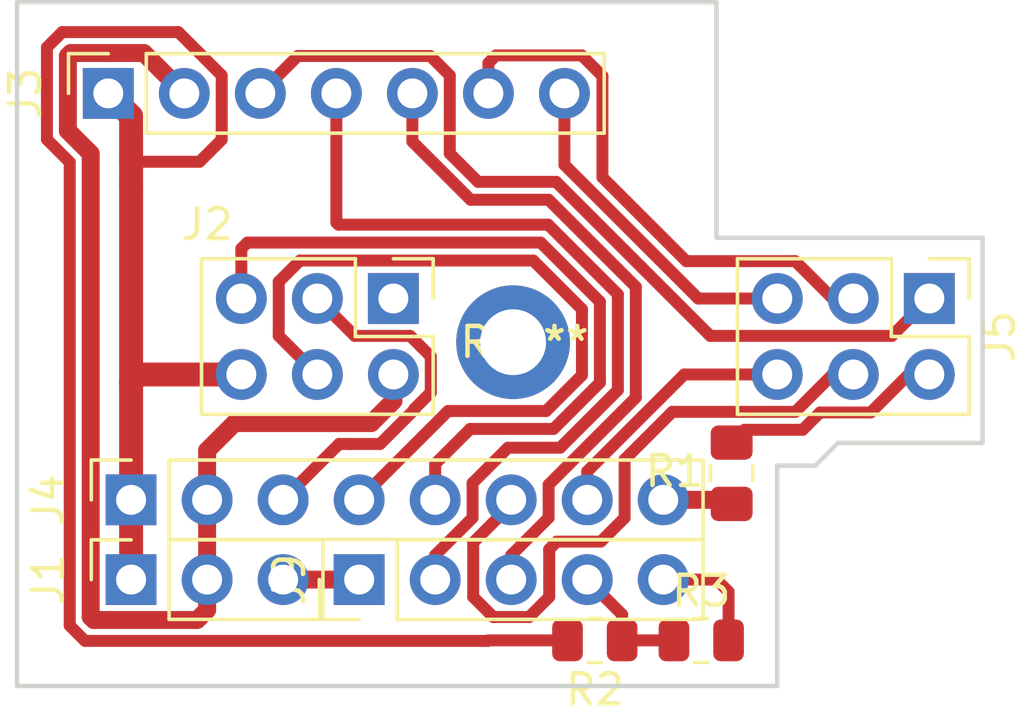
<source format=kicad_pcb>
(kicad_pcb (version 20171130) (host pcbnew "(5.1.7)-1")

  (general
    (thickness 1.6)
    (drawings 16)
    (tracks 151)
    (zones 0)
    (modules 10)
    (nets 19)
  )

  (page A4)
  (layers
    (0 F.Cu signal)
    (31 B.Cu signal)
    (32 B.Adhes user)
    (33 F.Adhes user)
    (34 B.Paste user)
    (35 F.Paste user)
    (36 B.SilkS user)
    (37 F.SilkS user)
    (38 B.Mask user)
    (39 F.Mask user)
    (40 Dwgs.User user)
    (41 Cmts.User user)
    (42 Eco1.User user)
    (43 Eco2.User user)
    (44 Edge.Cuts user)
    (45 Margin user)
    (46 B.CrtYd user)
    (47 F.CrtYd user)
    (48 B.Fab user)
    (49 F.Fab user)
  )

  (setup
    (last_trace_width 0.6)
    (trace_clearance 0.2)
    (zone_clearance 0.508)
    (zone_45_only no)
    (trace_min 0.2)
    (via_size 0.8)
    (via_drill 0.4)
    (via_min_size 0.4)
    (via_min_drill 0.3)
    (uvia_size 0.3)
    (uvia_drill 0.1)
    (uvias_allowed no)
    (uvia_min_size 0.2)
    (uvia_min_drill 0.1)
    (edge_width 0.15)
    (segment_width 0.2)
    (pcb_text_width 0.3)
    (pcb_text_size 1.5 1.5)
    (mod_edge_width 0.15)
    (mod_text_size 1 1)
    (mod_text_width 0.15)
    (pad_size 1.524 1.524)
    (pad_drill 0.762)
    (pad_to_mask_clearance 0.051)
    (solder_mask_min_width 0.25)
    (aux_axis_origin 136.398 79.756)
    (visible_elements 7FFFFFFF)
    (pcbplotparams
      (layerselection 0x00000_7fffffff)
      (usegerberextensions false)
      (usegerberattributes false)
      (usegerberadvancedattributes false)
      (creategerberjobfile false)
      (excludeedgelayer true)
      (linewidth 0.100000)
      (plotframeref false)
      (viasonmask false)
      (mode 1)
      (useauxorigin true)
      (hpglpennumber 1)
      (hpglpenspeed 20)
      (hpglpendiameter 15.000000)
      (psnegative false)
      (psa4output false)
      (plotreference true)
      (plotvalue true)
      (plotinvisibletext false)
      (padsonsilk false)
      (subtractmaskfromsilk false)
      (outputformat 1)
      (mirror false)
      (drillshape 0)
      (scaleselection 1)
      (outputdirectory "output/"))
  )

  (net 0 "")
  (net 1 /RXD1)
  (net 2 /TXD1)
  (net 3 "Net-(J2-Pad1)")
  (net 4 GNDREF)
  (net 5 /VCC)
  (net 6 /CS)
  (net 7 /RS)
  (net 8 /AUX)
  (net 9 /SCK)
  (net 10 /SDA)
  (net 11 /RES)
  (net 12 /M0)
  (net 13 /BL)
  (net 14 /M1)
  (net 15 /BL2)
  (net 16 /VIN)
  (net 17 /Akb)
  (net 18 /Vmon)

  (net_class Default "This is the default net class."
    (clearance 0.2)
    (trace_width 0.6)
    (via_dia 0.8)
    (via_drill 0.4)
    (uvia_dia 0.3)
    (uvia_drill 0.1)
    (add_net /Akb)
    (add_net /BL)
    (add_net /VCC)
  )

  (net_class OuterSig ""
    (clearance 0.2)
    (trace_width 0.4)
    (via_dia 0.8)
    (via_drill 0.4)
    (uvia_dia 0.3)
    (uvia_drill 0.1)
    (add_net /AUX)
    (add_net /BL2)
    (add_net /CS)
    (add_net /M0)
    (add_net /M1)
    (add_net /RES)
    (add_net /RS)
    (add_net /RXD1)
    (add_net /SCK)
    (add_net /SDA)
    (add_net /TXD1)
    (add_net /VIN)
    (add_net /Vmon)
    (add_net GNDREF)
    (add_net "Net-(J2-Pad1)")
  )

  (net_class Power ""
    (clearance 0.2)
    (trace_width 0.8)
    (via_dia 0.8)
    (via_drill 0.4)
    (uvia_dia 0.3)
    (uvia_drill 0.1)
  )

  (module Connector_PinSocket_2.54mm:PinSocket_1x03_P2.54mm_Vertical (layer F.Cu) (tedit 5A19A429) (tstamp 5F9E6839)
    (at 140.208 76.2 90)
    (descr "Through hole straight socket strip, 1x03, 2.54mm pitch, single row (from Kicad 4.0.7), script generated")
    (tags "Through hole socket strip THT 1x03 2.54mm single row")
    (path /5FA5CCFB)
    (fp_text reference J1 (at 0 -2.77 90) (layer F.SilkS)
      (effects (font (size 1 1) (thickness 0.15)))
    )
    (fp_text value KEYB (at 0 7.85 90) (layer F.Fab)
      (effects (font (size 1 1) (thickness 0.15)))
    )
    (fp_text user %R (at 0 2.54) (layer F.Fab)
      (effects (font (size 1 1) (thickness 0.15)))
    )
    (fp_line (start -1.27 -1.27) (end 0.635 -1.27) (layer F.Fab) (width 0.1))
    (fp_line (start 0.635 -1.27) (end 1.27 -0.635) (layer F.Fab) (width 0.1))
    (fp_line (start 1.27 -0.635) (end 1.27 6.35) (layer F.Fab) (width 0.1))
    (fp_line (start 1.27 6.35) (end -1.27 6.35) (layer F.Fab) (width 0.1))
    (fp_line (start -1.27 6.35) (end -1.27 -1.27) (layer F.Fab) (width 0.1))
    (fp_line (start -1.33 1.27) (end 1.33 1.27) (layer F.SilkS) (width 0.12))
    (fp_line (start -1.33 1.27) (end -1.33 6.41) (layer F.SilkS) (width 0.12))
    (fp_line (start -1.33 6.41) (end 1.33 6.41) (layer F.SilkS) (width 0.12))
    (fp_line (start 1.33 1.27) (end 1.33 6.41) (layer F.SilkS) (width 0.12))
    (fp_line (start 1.33 -1.33) (end 1.33 0) (layer F.SilkS) (width 0.12))
    (fp_line (start 0 -1.33) (end 1.33 -1.33) (layer F.SilkS) (width 0.12))
    (fp_line (start -1.8 -1.8) (end 1.75 -1.8) (layer F.CrtYd) (width 0.05))
    (fp_line (start 1.75 -1.8) (end 1.75 6.85) (layer F.CrtYd) (width 0.05))
    (fp_line (start 1.75 6.85) (end -1.8 6.85) (layer F.CrtYd) (width 0.05))
    (fp_line (start -1.8 6.85) (end -1.8 -1.8) (layer F.CrtYd) (width 0.05))
    (pad 3 thru_hole oval (at 0 5.08 90) (size 1.7 1.7) (drill 1) (layers *.Cu *.Mask)
      (net 17 /Akb))
    (pad 2 thru_hole oval (at 0 2.54 90) (size 1.7 1.7) (drill 1) (layers *.Cu *.Mask)
      (net 5 /VCC))
    (pad 1 thru_hole rect (at 0 0 90) (size 1.7 1.7) (drill 1) (layers *.Cu *.Mask)
      (net 4 GNDREF))
    (model ${KISYS3DMOD}/Connector_PinSocket_2.54mm.3dshapes/PinSocket_1x03_P2.54mm_Vertical.wrl
      (at (xyz 0 0 0))
      (scale (xyz 1 1 1))
      (rotate (xyz 0 0 0))
    )
  )

  (module Connector_PinSocket_2.54mm:PinSocket_1x08_P2.54mm_Vertical (layer F.Cu) (tedit 5A19A420) (tstamp 5E461BF0)
    (at 140.208 73.533 90)
    (descr "Through hole straight socket strip, 1x08, 2.54mm pitch, single row (from Kicad 4.0.7), script generated")
    (tags "Through hole socket strip THT 1x08 2.54mm single row")
    (path /5E39008F)
    (fp_text reference J4 (at 0 -2.77 90) (layer F.SilkS)
      (effects (font (size 1 1) (thickness 0.15)))
    )
    (fp_text value GMT177 (at 0 20.55 90) (layer F.Fab)
      (effects (font (size 1 1) (thickness 0.15)))
    )
    (fp_line (start -1.27 -1.27) (end 0.635 -1.27) (layer F.Fab) (width 0.1))
    (fp_line (start 0.635 -1.27) (end 1.27 -0.635) (layer F.Fab) (width 0.1))
    (fp_line (start 1.27 -0.635) (end 1.27 19.05) (layer F.Fab) (width 0.1))
    (fp_line (start 1.27 19.05) (end -1.27 19.05) (layer F.Fab) (width 0.1))
    (fp_line (start -1.27 19.05) (end -1.27 -1.27) (layer F.Fab) (width 0.1))
    (fp_line (start -1.33 1.27) (end 1.33 1.27) (layer F.SilkS) (width 0.12))
    (fp_line (start -1.33 1.27) (end -1.33 19.11) (layer F.SilkS) (width 0.12))
    (fp_line (start -1.33 19.11) (end 1.33 19.11) (layer F.SilkS) (width 0.12))
    (fp_line (start 1.33 1.27) (end 1.33 19.11) (layer F.SilkS) (width 0.12))
    (fp_line (start 1.33 -1.33) (end 1.33 0) (layer F.SilkS) (width 0.12))
    (fp_line (start 0 -1.33) (end 1.33 -1.33) (layer F.SilkS) (width 0.12))
    (fp_line (start -1.8 -1.8) (end 1.75 -1.8) (layer F.CrtYd) (width 0.05))
    (fp_line (start 1.75 -1.8) (end 1.75 19.55) (layer F.CrtYd) (width 0.05))
    (fp_line (start 1.75 19.55) (end -1.8 19.55) (layer F.CrtYd) (width 0.05))
    (fp_line (start -1.8 19.55) (end -1.8 -1.8) (layer F.CrtYd) (width 0.05))
    (fp_text user %R (at 0 8.89) (layer F.Fab)
      (effects (font (size 1 1) (thickness 0.15)))
    )
    (pad 8 thru_hole oval (at 0 17.78 90) (size 1.7 1.7) (drill 1) (layers *.Cu *.Mask)
      (net 13 /BL))
    (pad 7 thru_hole oval (at 0 15.24 90) (size 1.7 1.7) (drill 1) (layers *.Cu *.Mask)
      (net 6 /CS))
    (pad 6 thru_hole oval (at 0 12.7 90) (size 1.7 1.7) (drill 1) (layers *.Cu *.Mask)
      (net 7 /RS))
    (pad 5 thru_hole oval (at 0 10.16 90) (size 1.7 1.7) (drill 1) (layers *.Cu *.Mask)
      (net 11 /RES))
    (pad 4 thru_hole oval (at 0 7.62 90) (size 1.7 1.7) (drill 1) (layers *.Cu *.Mask)
      (net 10 /SDA))
    (pad 3 thru_hole oval (at 0 5.08 90) (size 1.7 1.7) (drill 1) (layers *.Cu *.Mask)
      (net 9 /SCK))
    (pad 2 thru_hole oval (at 0 2.54 90) (size 1.7 1.7) (drill 1) (layers *.Cu *.Mask)
      (net 5 /VCC))
    (pad 1 thru_hole rect (at 0 0 90) (size 1.7 1.7) (drill 1) (layers *.Cu *.Mask)
      (net 4 GNDREF))
    (model ${KISYS3DMOD}/Connector_PinSocket_2.54mm.3dshapes/PinSocket_1x08_P2.54mm_Vertical.wrl
      (at (xyz 0 0 0))
      (scale (xyz 1 1 1))
      (rotate (xyz 0 0 0))
    )
  )

  (module Resistor_SMD:R_0805_2012Metric (layer F.Cu) (tedit 5F68FEEE) (tstamp 5F9E7A0D)
    (at 159.258 78.232)
    (descr "Resistor SMD 0805 (2012 Metric), square (rectangular) end terminal, IPC_7351 nominal, (Body size source: IPC-SM-782 page 72, https://www.pcb-3d.com/wordpress/wp-content/uploads/ipc-sm-782a_amendment_1_and_2.pdf), generated with kicad-footprint-generator")
    (tags resistor)
    (path /5F9F15DB)
    (attr smd)
    (fp_text reference R3 (at 0 -1.65) (layer F.SilkS)
      (effects (font (size 1 1) (thickness 0.15)))
    )
    (fp_text value R (at 0 1.65) (layer F.Fab)
      (effects (font (size 1 1) (thickness 0.15)))
    )
    (fp_line (start -1 0.625) (end -1 -0.625) (layer F.Fab) (width 0.1))
    (fp_line (start -1 -0.625) (end 1 -0.625) (layer F.Fab) (width 0.1))
    (fp_line (start 1 -0.625) (end 1 0.625) (layer F.Fab) (width 0.1))
    (fp_line (start 1 0.625) (end -1 0.625) (layer F.Fab) (width 0.1))
    (fp_line (start -0.227064 -0.735) (end 0.227064 -0.735) (layer F.SilkS) (width 0.12))
    (fp_line (start -0.227064 0.735) (end 0.227064 0.735) (layer F.SilkS) (width 0.12))
    (fp_line (start -1.68 0.95) (end -1.68 -0.95) (layer F.CrtYd) (width 0.05))
    (fp_line (start -1.68 -0.95) (end 1.68 -0.95) (layer F.CrtYd) (width 0.05))
    (fp_line (start 1.68 -0.95) (end 1.68 0.95) (layer F.CrtYd) (width 0.05))
    (fp_line (start 1.68 0.95) (end -1.68 0.95) (layer F.CrtYd) (width 0.05))
    (fp_text user %R (at 0 0) (layer F.Fab)
      (effects (font (size 0.5 0.5) (thickness 0.08)))
    )
    (pad 2 smd roundrect (at 0.9125 0) (size 1.025 1.4) (layers F.Cu F.Paste F.Mask) (roundrect_rratio 0.2439004878048781)
      (net 16 /VIN))
    (pad 1 smd roundrect (at -0.9125 0) (size 1.025 1.4) (layers F.Cu F.Paste F.Mask) (roundrect_rratio 0.2439004878048781)
      (net 18 /Vmon))
    (model ${KISYS3DMOD}/Resistor_SMD.3dshapes/R_0805_2012Metric.wrl
      (at (xyz 0 0 0))
      (scale (xyz 1 1 1))
      (rotate (xyz 0 0 0))
    )
  )

  (module Connector_PinHeader_2.54mm:PinHeader_1x05_P2.54mm_Vertical (layer F.Cu) (tedit 59FED5CC) (tstamp 5F9E217C)
    (at 147.828 76.2 90)
    (descr "Through hole straight pin header, 1x05, 2.54mm pitch, single row")
    (tags "Through hole pin header THT 1x05 2.54mm single row")
    (path /5F9E3CF4)
    (fp_text reference J9 (at 0 -2.33 90) (layer F.SilkS)
      (effects (font (size 1 1) (thickness 0.15)))
    )
    (fp_text value WIRES (at 0 12.49 90) (layer F.Fab)
      (effects (font (size 1 1) (thickness 0.15)))
    )
    (fp_text user %R (at 0 5.08) (layer F.Fab)
      (effects (font (size 1 1) (thickness 0.15)))
    )
    (fp_line (start -0.635 -1.27) (end 1.27 -1.27) (layer F.Fab) (width 0.1))
    (fp_line (start 1.27 -1.27) (end 1.27 11.43) (layer F.Fab) (width 0.1))
    (fp_line (start 1.27 11.43) (end -1.27 11.43) (layer F.Fab) (width 0.1))
    (fp_line (start -1.27 11.43) (end -1.27 -0.635) (layer F.Fab) (width 0.1))
    (fp_line (start -1.27 -0.635) (end -0.635 -1.27) (layer F.Fab) (width 0.1))
    (fp_line (start -1.33 11.49) (end 1.33 11.49) (layer F.SilkS) (width 0.12))
    (fp_line (start -1.33 1.27) (end -1.33 11.49) (layer F.SilkS) (width 0.12))
    (fp_line (start 1.33 1.27) (end 1.33 11.49) (layer F.SilkS) (width 0.12))
    (fp_line (start -1.33 1.27) (end 1.33 1.27) (layer F.SilkS) (width 0.12))
    (fp_line (start -1.33 0) (end -1.33 -1.33) (layer F.SilkS) (width 0.12))
    (fp_line (start -1.33 -1.33) (end 0 -1.33) (layer F.SilkS) (width 0.12))
    (fp_line (start -1.8 -1.8) (end -1.8 11.95) (layer F.CrtYd) (width 0.05))
    (fp_line (start -1.8 11.95) (end 1.8 11.95) (layer F.CrtYd) (width 0.05))
    (fp_line (start 1.8 11.95) (end 1.8 -1.8) (layer F.CrtYd) (width 0.05))
    (fp_line (start 1.8 -1.8) (end -1.8 -1.8) (layer F.CrtYd) (width 0.05))
    (pad 5 thru_hole oval (at 0 10.16 90) (size 1.7 1.7) (drill 1) (layers *.Cu *.Mask)
      (net 16 /VIN))
    (pad 4 thru_hole oval (at 0 7.62 90) (size 1.7 1.7) (drill 1) (layers *.Cu *.Mask)
      (net 18 /Vmon))
    (pad 3 thru_hole oval (at 0 5.08 90) (size 1.7 1.7) (drill 1) (layers *.Cu *.Mask)
      (net 2 /TXD1))
    (pad 2 thru_hole oval (at 0 2.54 90) (size 1.7 1.7) (drill 1) (layers *.Cu *.Mask)
      (net 1 /RXD1))
    (pad 1 thru_hole rect (at 0 0 90) (size 1.7 1.7) (drill 1) (layers *.Cu *.Mask)
      (net 17 /Akb))
    (model ${KISYS3DMOD}/Connector_PinHeader_2.54mm.3dshapes/PinHeader_1x05_P2.54mm_Vertical.wrl
      (at (xyz 0 0 0))
      (scale (xyz 1 1 1))
      (rotate (xyz 0 0 0))
    )
  )

  (module Connector_PinSocket_2.54mm:PinSocket_1x07_P2.54mm_Vertical (layer F.Cu) (tedit 5A19A433) (tstamp 5E461BD4)
    (at 139.446 59.944 90)
    (descr "Through hole straight socket strip, 1x07, 2.54mm pitch, single row (from Kicad 4.0.7), script generated")
    (tags "Through hole socket strip THT 1x07 2.54mm single row")
    (path /5E38FFA6)
    (fp_text reference J3 (at 0 -2.77 90) (layer F.SilkS)
      (effects (font (size 1 1) (thickness 0.15)))
    )
    (fp_text value E32 (at 0 18.01 90) (layer F.Fab)
      (effects (font (size 1 1) (thickness 0.15)))
    )
    (fp_line (start -1.27 -1.27) (end 0.635 -1.27) (layer F.Fab) (width 0.1))
    (fp_line (start 0.635 -1.27) (end 1.27 -0.635) (layer F.Fab) (width 0.1))
    (fp_line (start 1.27 -0.635) (end 1.27 16.51) (layer F.Fab) (width 0.1))
    (fp_line (start 1.27 16.51) (end -1.27 16.51) (layer F.Fab) (width 0.1))
    (fp_line (start -1.27 16.51) (end -1.27 -1.27) (layer F.Fab) (width 0.1))
    (fp_line (start -1.33 1.27) (end 1.33 1.27) (layer F.SilkS) (width 0.12))
    (fp_line (start -1.33 1.27) (end -1.33 16.57) (layer F.SilkS) (width 0.12))
    (fp_line (start -1.33 16.57) (end 1.33 16.57) (layer F.SilkS) (width 0.12))
    (fp_line (start 1.33 1.27) (end 1.33 16.57) (layer F.SilkS) (width 0.12))
    (fp_line (start 1.33 -1.33) (end 1.33 0) (layer F.SilkS) (width 0.12))
    (fp_line (start 0 -1.33) (end 1.33 -1.33) (layer F.SilkS) (width 0.12))
    (fp_line (start -1.8 -1.8) (end 1.75 -1.8) (layer F.CrtYd) (width 0.05))
    (fp_line (start 1.75 -1.8) (end 1.75 17) (layer F.CrtYd) (width 0.05))
    (fp_line (start 1.75 17) (end -1.8 17) (layer F.CrtYd) (width 0.05))
    (fp_line (start -1.8 17) (end -1.8 -1.8) (layer F.CrtYd) (width 0.05))
    (fp_text user %R (at 0 7.62) (layer F.Fab)
      (effects (font (size 1 1) (thickness 0.15)))
    )
    (pad 7 thru_hole oval (at 0 15.24 90) (size 1.7 1.7) (drill 1) (layers *.Cu *.Mask)
      (net 12 /M0))
    (pad 6 thru_hole oval (at 0 12.7 90) (size 1.7 1.7) (drill 1) (layers *.Cu *.Mask)
      (net 14 /M1))
    (pad 5 thru_hole oval (at 0 10.16 90) (size 1.7 1.7) (drill 1) (layers *.Cu *.Mask)
      (net 2 /TXD1))
    (pad 4 thru_hole oval (at 0 7.62 90) (size 1.7 1.7) (drill 1) (layers *.Cu *.Mask)
      (net 1 /RXD1))
    (pad 3 thru_hole oval (at 0 5.08 90) (size 1.7 1.7) (drill 1) (layers *.Cu *.Mask)
      (net 8 /AUX))
    (pad 2 thru_hole oval (at 0 2.54 90) (size 1.7 1.7) (drill 1) (layers *.Cu *.Mask)
      (net 5 /VCC))
    (pad 1 thru_hole rect (at 0 0 90) (size 1.7 1.7) (drill 1) (layers *.Cu *.Mask)
      (net 4 GNDREF))
    (model ${KISYS3DMOD}/Connector_PinSocket_2.54mm.3dshapes/PinSocket_1x07_P2.54mm_Vertical.wrl
      (at (xyz 0 0 0))
      (scale (xyz 1 1 1))
      (rotate (xyz 0 0 0))
    )
  )

  (module Resistor_SMD:R_0805_2012Metric (layer F.Cu) (tedit 5F68FEEE) (tstamp 5F963F54)
    (at 155.702 78.232 180)
    (descr "Resistor SMD 0805 (2012 Metric), square (rectangular) end terminal, IPC_7351 nominal, (Body size source: IPC-SM-782 page 72, https://www.pcb-3d.com/wordpress/wp-content/uploads/ipc-sm-782a_amendment_1_and_2.pdf), generated with kicad-footprint-generator")
    (tags resistor)
    (path /5F9F1A2F)
    (attr smd)
    (fp_text reference R2 (at 0 -1.65) (layer F.SilkS)
      (effects (font (size 1 1) (thickness 0.15)))
    )
    (fp_text value R (at 0 1.65) (layer F.Fab)
      (effects (font (size 1 1) (thickness 0.15)))
    )
    (fp_line (start -1 0.625) (end -1 -0.625) (layer F.Fab) (width 0.1))
    (fp_line (start -1 -0.625) (end 1 -0.625) (layer F.Fab) (width 0.1))
    (fp_line (start 1 -0.625) (end 1 0.625) (layer F.Fab) (width 0.1))
    (fp_line (start 1 0.625) (end -1 0.625) (layer F.Fab) (width 0.1))
    (fp_line (start -0.227064 -0.735) (end 0.227064 -0.735) (layer F.SilkS) (width 0.12))
    (fp_line (start -0.227064 0.735) (end 0.227064 0.735) (layer F.SilkS) (width 0.12))
    (fp_line (start -1.68 0.95) (end -1.68 -0.95) (layer F.CrtYd) (width 0.05))
    (fp_line (start -1.68 -0.95) (end 1.68 -0.95) (layer F.CrtYd) (width 0.05))
    (fp_line (start 1.68 -0.95) (end 1.68 0.95) (layer F.CrtYd) (width 0.05))
    (fp_line (start 1.68 0.95) (end -1.68 0.95) (layer F.CrtYd) (width 0.05))
    (fp_text user %R (at 0 0) (layer F.Fab)
      (effects (font (size 0.5 0.5) (thickness 0.08)))
    )
    (pad 2 smd roundrect (at 0.9125 0 180) (size 1.025 1.4) (layers F.Cu F.Paste F.Mask) (roundrect_rratio 0.2439004878048781)
      (net 4 GNDREF))
    (pad 1 smd roundrect (at -0.9125 0 180) (size 1.025 1.4) (layers F.Cu F.Paste F.Mask) (roundrect_rratio 0.2439004878048781)
      (net 18 /Vmon))
    (model ${KISYS3DMOD}/Resistor_SMD.3dshapes/R_0805_2012Metric.wrl
      (at (xyz 0 0 0))
      (scale (xyz 1 1 1))
      (rotate (xyz 0 0 0))
    )
  )

  (module Connector_PinHeader_2.54mm:PinHeader_2x03_P2.54mm_Vertical (layer F.Cu) (tedit 59FED5CC) (tstamp 5F94E8AF)
    (at 166.878 66.802 270)
    (descr "Through hole straight pin header, 2x03, 2.54mm pitch, double rows")
    (tags "Through hole pin header THT 2x03 2.54mm double row")
    (path /5E3C4F6E)
    (fp_text reference J5 (at 1.27 -2.33 90) (layer F.SilkS)
      (effects (font (size 1 1) (thickness 0.15)))
    )
    (fp_text value D44-49 (at 1.27 7.41 90) (layer F.Fab)
      (effects (font (size 1 1) (thickness 0.15)))
    )
    (fp_line (start 0 -1.27) (end 3.81 -1.27) (layer F.Fab) (width 0.1))
    (fp_line (start 3.81 -1.27) (end 3.81 6.35) (layer F.Fab) (width 0.1))
    (fp_line (start 3.81 6.35) (end -1.27 6.35) (layer F.Fab) (width 0.1))
    (fp_line (start -1.27 6.35) (end -1.27 0) (layer F.Fab) (width 0.1))
    (fp_line (start -1.27 0) (end 0 -1.27) (layer F.Fab) (width 0.1))
    (fp_line (start -1.33 6.41) (end 3.87 6.41) (layer F.SilkS) (width 0.12))
    (fp_line (start -1.33 1.27) (end -1.33 6.41) (layer F.SilkS) (width 0.12))
    (fp_line (start 3.87 -1.33) (end 3.87 6.41) (layer F.SilkS) (width 0.12))
    (fp_line (start -1.33 1.27) (end 1.27 1.27) (layer F.SilkS) (width 0.12))
    (fp_line (start 1.27 1.27) (end 1.27 -1.33) (layer F.SilkS) (width 0.12))
    (fp_line (start 1.27 -1.33) (end 3.87 -1.33) (layer F.SilkS) (width 0.12))
    (fp_line (start -1.33 0) (end -1.33 -1.33) (layer F.SilkS) (width 0.12))
    (fp_line (start -1.33 -1.33) (end 0 -1.33) (layer F.SilkS) (width 0.12))
    (fp_line (start -1.8 -1.8) (end -1.8 6.85) (layer F.CrtYd) (width 0.05))
    (fp_line (start -1.8 6.85) (end 4.35 6.85) (layer F.CrtYd) (width 0.05))
    (fp_line (start 4.35 6.85) (end 4.35 -1.8) (layer F.CrtYd) (width 0.05))
    (fp_line (start 4.35 -1.8) (end -1.8 -1.8) (layer F.CrtYd) (width 0.05))
    (fp_text user %R (at 1.27 2.54) (layer F.Fab)
      (effects (font (size 1 1) (thickness 0.15)))
    )
    (pad 6 thru_hole oval (at 2.54 5.08 270) (size 1.7 1.7) (drill 1) (layers *.Cu *.Mask)
      (net 6 /CS))
    (pad 5 thru_hole oval (at 0 5.08 270) (size 1.7 1.7) (drill 1) (layers *.Cu *.Mask)
      (net 12 /M0))
    (pad 4 thru_hole oval (at 2.54 2.54 270) (size 1.7 1.7) (drill 1) (layers *.Cu *.Mask)
      (net 7 /RS))
    (pad 3 thru_hole oval (at 0 2.54 270) (size 1.7 1.7) (drill 1) (layers *.Cu *.Mask)
      (net 14 /M1))
    (pad 2 thru_hole oval (at 2.54 0 270) (size 1.7 1.7) (drill 1) (layers *.Cu *.Mask)
      (net 15 /BL2))
    (pad 1 thru_hole rect (at 0 0 270) (size 1.7 1.7) (drill 1) (layers *.Cu *.Mask)
      (net 8 /AUX))
    (model ${KISYS3DMOD}/Connector_PinHeader_2.54mm.3dshapes/PinHeader_2x03_P2.54mm_Vertical.wrl
      (at (xyz 0 0 0))
      (scale (xyz 1 1 1))
      (rotate (xyz 0 0 0))
    )
  )

  (module Connector_PinHeader_2.54mm:PinHeader_2x03_P2.54mm_Vertical (layer F.Cu) (tedit 59FED5CC) (tstamp 5F9E300B)
    (at 148.971 66.802 270)
    (descr "Through hole straight pin header, 2x03, 2.54mm pitch, double rows")
    (tags "Through hole pin header THT 2x03 2.54mm double row")
    (path /5E3A1FAC)
    (fp_text reference J2 (at -2.4765 6.223) (layer F.SilkS)
      (effects (font (size 1 1) (thickness 0.15)))
    )
    (fp_text value ICSP (at -0.1905 7.41 270) (layer F.Fab)
      (effects (font (size 1 1) (thickness 0.15)))
    )
    (fp_line (start 4.35 -1.8) (end -1.8 -1.8) (layer F.CrtYd) (width 0.05))
    (fp_line (start 4.35 6.85) (end 4.35 -1.8) (layer F.CrtYd) (width 0.05))
    (fp_line (start -1.8 6.85) (end 4.35 6.85) (layer F.CrtYd) (width 0.05))
    (fp_line (start -1.8 -1.8) (end -1.8 6.85) (layer F.CrtYd) (width 0.05))
    (fp_line (start -1.33 -1.33) (end 0 -1.33) (layer F.SilkS) (width 0.12))
    (fp_line (start -1.33 0) (end -1.33 -1.33) (layer F.SilkS) (width 0.12))
    (fp_line (start 1.27 -1.33) (end 3.87 -1.33) (layer F.SilkS) (width 0.12))
    (fp_line (start 1.27 1.27) (end 1.27 -1.33) (layer F.SilkS) (width 0.12))
    (fp_line (start -1.33 1.27) (end 1.27 1.27) (layer F.SilkS) (width 0.12))
    (fp_line (start 3.87 -1.33) (end 3.87 6.41) (layer F.SilkS) (width 0.12))
    (fp_line (start -1.33 1.27) (end -1.33 6.41) (layer F.SilkS) (width 0.12))
    (fp_line (start -1.33 6.41) (end 3.87 6.41) (layer F.SilkS) (width 0.12))
    (fp_line (start -1.27 0) (end 0 -1.27) (layer F.Fab) (width 0.1))
    (fp_line (start -1.27 6.35) (end -1.27 0) (layer F.Fab) (width 0.1))
    (fp_line (start 3.81 6.35) (end -1.27 6.35) (layer F.Fab) (width 0.1))
    (fp_line (start 3.81 -1.27) (end 3.81 6.35) (layer F.Fab) (width 0.1))
    (fp_line (start 0 -1.27) (end 3.81 -1.27) (layer F.Fab) (width 0.1))
    (fp_text user %R (at -2.4765 6.223) (layer F.Fab)
      (effects (font (size 1 1) (thickness 0.15)))
    )
    (pad 1 thru_hole rect (at 0 0 270) (size 1.7 1.7) (drill 1) (layers *.Cu *.Mask)
      (net 3 "Net-(J2-Pad1)"))
    (pad 2 thru_hole oval (at 2.54 0 270) (size 1.7 1.7) (drill 1) (layers *.Cu *.Mask)
      (net 5 /VCC))
    (pad 3 thru_hole oval (at 0 2.54 270) (size 1.7 1.7) (drill 1) (layers *.Cu *.Mask)
      (net 9 /SCK))
    (pad 4 thru_hole oval (at 2.54 2.54 270) (size 1.7 1.7) (drill 1) (layers *.Cu *.Mask)
      (net 10 /SDA))
    (pad 5 thru_hole oval (at 0 5.08 270) (size 1.7 1.7) (drill 1) (layers *.Cu *.Mask)
      (net 11 /RES))
    (pad 6 thru_hole oval (at 2.54 5.08 270) (size 1.7 1.7) (drill 1) (layers *.Cu *.Mask)
      (net 4 GNDREF))
    (model ${KISYS3DMOD}/Connector_PinHeader_2.54mm.3dshapes/PinHeader_2x03_P2.54mm_Vertical.wrl
      (at (xyz 0 0 0))
      (scale (xyz 1 1 1))
      (rotate (xyz 0 0 0))
    )
  )

  (module Resistor_SMD:R_0805_2012Metric_Pad1.15x1.40mm_HandSolder (layer F.Cu) (tedit 5B36C52B) (tstamp 5F94B2E3)
    (at 160.274 72.644 90)
    (descr "Resistor SMD 0805 (2012 Metric), square (rectangular) end terminal, IPC_7351 nominal with elongated pad for handsoldering. (Body size source: https://docs.google.com/spreadsheets/d/1BsfQQcO9C6DZCsRaXUlFlo91Tg2WpOkGARC1WS5S8t0/edit?usp=sharing), generated with kicad-footprint-generator")
    (tags "resistor handsolder")
    (path /5E3CCC76)
    (attr smd)
    (fp_text reference R1 (at 0.0635 -1.905 180) (layer F.SilkS)
      (effects (font (size 1 1) (thickness 0.15)))
    )
    (fp_text value 39 (at -2.0955 -1.905) (layer F.Fab)
      (effects (font (size 1 1) (thickness 0.15)))
    )
    (fp_line (start 1.85 0.95) (end -1.85 0.95) (layer F.CrtYd) (width 0.05))
    (fp_line (start 1.85 -0.95) (end 1.85 0.95) (layer F.CrtYd) (width 0.05))
    (fp_line (start -1.85 -0.95) (end 1.85 -0.95) (layer F.CrtYd) (width 0.05))
    (fp_line (start -1.85 0.95) (end -1.85 -0.95) (layer F.CrtYd) (width 0.05))
    (fp_line (start -0.261252 0.71) (end 0.261252 0.71) (layer F.SilkS) (width 0.12))
    (fp_line (start -0.261252 -0.71) (end 0.261252 -0.71) (layer F.SilkS) (width 0.12))
    (fp_line (start 1 0.6) (end -1 0.6) (layer F.Fab) (width 0.1))
    (fp_line (start 1 -0.6) (end 1 0.6) (layer F.Fab) (width 0.1))
    (fp_line (start -1 -0.6) (end 1 -0.6) (layer F.Fab) (width 0.1))
    (fp_line (start -1 0.6) (end -1 -0.6) (layer F.Fab) (width 0.1))
    (fp_text user %R (at 0 0 180) (layer F.Fab)
      (effects (font (size 0.5 0.5) (thickness 0.08)))
    )
    (pad 1 smd roundrect (at -1.025 0 90) (size 1.15 1.4) (layers F.Cu F.Paste F.Mask) (roundrect_rratio 0.2173904347826087)
      (net 13 /BL))
    (pad 2 smd roundrect (at 1.025 0 90) (size 1.15 1.4) (layers F.Cu F.Paste F.Mask) (roundrect_rratio 0.2173904347826087)
      (net 15 /BL2))
    (model ${KISYS3DMOD}/Resistor_SMD.3dshapes/R_0805_2012Metric.wrl
      (at (xyz 0 0 0))
      (scale (xyz 1 1 1))
      (rotate (xyz 0 0 0))
    )
  )

  (module MountingHole:MountingHole_2.2mm_M2_DIN965_Pad (layer F.Cu) (tedit 5E448F96) (tstamp 5E4493B2)
    (at 152.9715 68.2625)
    (descr "Mounting Hole 2.2mm, M2, DIN965")
    (tags "mounting hole 2.2mm m2 din965")
    (attr virtual)
    (fp_text reference REF** (at 0.381 0) (layer F.SilkS)
      (effects (font (size 1 1) (thickness 0.15)))
    )
    (fp_text value Hole (at -0.0635 -2.7305) (layer F.Fab)
      (effects (font (size 1 1) (thickness 0.15)))
    )
    (fp_circle (center 0 0) (end 1.9 0) (layer Cmts.User) (width 0.15))
    (fp_circle (center 0 0) (end 2.15 0) (layer F.CrtYd) (width 0.05))
    (fp_text user %R (at 0.3 0) (layer F.Fab)
      (effects (font (size 1 1) (thickness 0.15)))
    )
    (pad 1 thru_hole circle (at 0 0) (size 3.8 3.8) (drill 2.2) (layers *.Cu *.Mask))
  )

  (gr_line (start 161.798 72.39) (end 163.068 72.39) (layer Edge.Cuts) (width 0.15) (tstamp 5F9E8D28))
  (gr_line (start 168.656 64.77) (end 168.656 71.628) (layer Edge.Cuts) (width 0.15) (tstamp 5F9E8D26))
  (gr_line (start 163.83 71.628) (end 168.656 71.628) (layer Edge.Cuts) (width 0.15))
  (gr_line (start 163.83 71.628) (end 163.068 72.39) (layer Edge.Cuts) (width 0.15))
  (gr_line (start 159.766 64.77) (end 168.656 64.77) (layer Edge.Cuts) (width 0.15) (tstamp 5F9E8D21))
  (gr_line (start 159.766 56.896) (end 159.766 64.77) (layer Edge.Cuts) (width 0.15))
  (gr_line (start 136.398 56.896) (end 159.766 56.896) (layer Edge.Cuts) (width 0.15))
  (gr_line (start 136.398 79.756) (end 136.398 56.896) (layer Edge.Cuts) (width 0.15))
  (gr_line (start 161.798 79.756) (end 136.398 79.756) (layer Edge.Cuts) (width 0.15))
  (gr_line (start 161.798 72.39) (end 161.798 79.756) (layer Edge.Cuts) (width 0.15))
  (gr_text 47 (at 163.195 70.866) (layer Dwgs.User) (tstamp 5E44E10D)
    (effects (font (size 1 1) (thickness 0.2)))
  )
  (gr_text 46 (at 168.275 71.1835) (layer Dwgs.User) (tstamp 5E44E10D)
    (effects (font (size 1 1) (thickness 0.2)))
  )
  (gr_text 44 (at 166.9415 64.7065) (layer Dwgs.User) (tstamp 5E44E0FD)
    (effects (font (size 1 1) (thickness 0.2)))
  )
  (gr_text 45 (at 164.338 64.7065) (layer Dwgs.User) (tstamp 5E44E0FD)
    (effects (font (size 1 1) (thickness 0.2)))
  )
  (gr_text 49 (at 161.798 64.7065) (layer Dwgs.User) (tstamp 5E44E0ED)
    (effects (font (size 1 1) (thickness 0.2)))
  )
  (gr_text 48 (at 160.0835 70.6755) (layer Dwgs.User) (tstamp 5E44E0F7)
    (effects (font (size 1 1) (thickness 0.2)))
  )

  (segment (start 152.801008 71.78999) (end 151.618001 72.972997) (width 0.4) (layer F.Cu) (net 1))
  (segment (start 154.545096 71.78999) (end 152.801008 71.78999) (width 0.4) (layer F.Cu) (net 1))
  (segment (start 156.471519 69.863567) (end 154.545096 71.78999) (width 0.4) (layer F.Cu) (net 1))
  (segment (start 156.47152 66.661436) (end 156.471519 69.863567) (width 0.4) (layer F.Cu) (net 1))
  (segment (start 154.142067 64.331981) (end 156.47152 66.661436) (width 0.4) (layer F.Cu) (net 1))
  (segment (start 147.13598 64.33198) (end 154.142067 64.331981) (width 0.4) (layer F.Cu) (net 1))
  (segment (start 147.066 64.262) (end 147.13598 64.33198) (width 0.4) (layer F.Cu) (net 1))
  (segment (start 147.066 59.944) (end 147.066 64.262) (width 0.4) (layer F.Cu) (net 1))
  (segment (start 150.368 76.041456) (end 150.368 76.2) (width 0.4) (layer F.Cu) (net 1))
  (segment (start 150.368 75.383002) (end 150.368 76.2) (width 0.4) (layer F.Cu) (net 1))
  (segment (start 151.618001 74.133001) (end 150.368 75.383002) (width 0.4) (layer F.Cu) (net 1))
  (segment (start 151.618001 72.972997) (end 151.618001 74.133001) (width 0.4) (layer F.Cu) (net 1))
  (segment (start 157.071529 66.412904) (end 154.158625 63.5) (width 0.4) (layer F.Cu) (net 2))
  (segment (start 151.551457 63.499999) (end 149.606 61.554542) (width 0.4) (layer F.Cu) (net 2))
  (segment (start 157.071528 70.112098) (end 157.071529 66.412904) (width 0.4) (layer F.Cu) (net 2))
  (segment (start 154.158001 73.025625) (end 157.071528 70.112098) (width 0.4) (layer F.Cu) (net 2))
  (segment (start 154.158001 74.133001) (end 154.158001 73.025625) (width 0.4) (layer F.Cu) (net 2))
  (segment (start 149.606 61.554542) (end 149.606 59.944) (width 0.4) (layer F.Cu) (net 2))
  (segment (start 154.158625 63.5) (end 151.551457 63.499999) (width 0.4) (layer F.Cu) (net 2))
  (segment (start 152.908 75.383002) (end 154.158001 74.133001) (width 0.4) (layer F.Cu) (net 2))
  (segment (start 152.908 76.2) (end 152.908 75.383002) (width 0.4) (layer F.Cu) (net 2))
  (segment (start 139.823999 73.148999) (end 140.208 73.533) (width 0.8) (layer F.Cu) (net 4))
  (segment (start 140.208 73.533) (end 140.208 73.66) (width 0.8) (layer F.Cu) (net 4))
  (segment (start 166.878 66.802) (end 166.497 66.802) (width 0.4) (layer F.Cu) (net 8))
  (segment (start 145.180999 73.425999) (end 145.288 73.533) (width 0.4) (layer F.Cu) (net 9))
  (segment (start 158.106 73.415) (end 157.988 73.533) (width 0.6) (layer F.Cu) (net 13))
  (segment (start 141.986 60.184002) (end 141.986 59.944) (width 0.8) (layer F.Cu) (net 5))
  (segment (start 145.141001 68.052001) (end 146.431 69.342) (width 0.4) (layer F.Cu) (net 10))
  (segment (start 145.141001 66.241997) (end 145.141001 68.052001) (width 0.4) (layer F.Cu) (net 10))
  (segment (start 145.850998 65.532) (end 145.141001 66.241997) (width 0.4) (layer F.Cu) (net 10))
  (segment (start 143.619773 69.342) (end 143.891 69.342) (width 0.8) (layer F.Cu) (net 4))
  (segment (start 140.208 73.533) (end 140.208 76.2) (width 0.8) (layer F.Cu) (net 4))
  (segment (start 140.208 60.706) (end 139.446 59.944) (width 0.8) (layer F.Cu) (net 4))
  (segment (start 140.462 69.342) (end 140.208 69.596) (width 0.8) (layer F.Cu) (net 4))
  (segment (start 143.891 69.342) (end 140.462 69.342) (width 0.8) (layer F.Cu) (net 4))
  (segment (start 140.208 73.533) (end 140.208 69.596) (width 0.8) (layer F.Cu) (net 4))
  (segment (start 140.208 69.596) (end 140.208 62.992) (width 0.8) (layer F.Cu) (net 4))
  (segment (start 140.208 62.23) (end 140.208 60.706) (width 0.8) (layer F.Cu) (net 4))
  (segment (start 140.208 62.992) (end 140.208 62.23) (width 0.8) (layer F.Cu) (net 4))
  (segment (start 152.146 78.232) (end 154.7895 78.232) (width 0.4) (layer F.Cu) (net 4))
  (segment (start 138.157989 62.245953) (end 138.157989 77.739954) (width 0.4) (layer F.Cu) (net 4))
  (segment (start 137.395989 61.483954) (end 138.157989 62.245953) (width 0.4) (layer F.Cu) (net 4))
  (segment (start 138.157989 77.739954) (end 138.668046 78.250011) (width 0.4) (layer F.Cu) (net 4))
  (segment (start 137.395989 58.404046) (end 137.395989 61.483954) (width 0.4) (layer F.Cu) (net 4))
  (segment (start 137.906046 57.893989) (end 137.395989 58.404046) (width 0.4) (layer F.Cu) (net 4))
  (segment (start 152.127989 78.250011) (end 152.146 78.232) (width 0.4) (layer F.Cu) (net 4))
  (segment (start 141.785991 57.893989) (end 137.906046 57.893989) (width 0.4) (layer F.Cu) (net 4))
  (segment (start 143.236001 59.343999) (end 141.785991 57.893989) (width 0.4) (layer F.Cu) (net 4))
  (segment (start 143.236001 61.487999) (end 143.236001 59.343999) (width 0.4) (layer F.Cu) (net 4))
  (segment (start 138.668046 78.250011) (end 152.127989 78.250011) (width 0.4) (layer F.Cu) (net 4))
  (segment (start 142.494 62.23) (end 143.236001 61.487999) (width 0.4) (layer F.Cu) (net 4))
  (segment (start 140.208 62.23) (end 142.494 62.23) (width 0.4) (layer F.Cu) (net 4))
  (segment (start 148.971 69.342) (end 148.489037 69.342) (width 0.6) (layer F.Cu) (net 5))
  (segment (start 148.971 69.342) (end 148.971 70.231) (width 0.6) (layer F.Cu) (net 5))
  (segment (start 148.236 70.966) (end 143.664 70.966) (width 0.6) (layer F.Cu) (net 5))
  (segment (start 148.971 70.231) (end 148.236 70.966) (width 0.6) (layer F.Cu) (net 5))
  (segment (start 142.748 71.882) (end 142.748 73.533) (width 0.6) (layer F.Cu) (net 5))
  (segment (start 143.664 70.966) (end 142.748 71.882) (width 0.6) (layer F.Cu) (net 5))
  (segment (start 142.748 73.533) (end 142.748 76.2) (width 0.6) (layer F.Cu) (net 5))
  (segment (start 140.635999 58.593999) (end 141.986 59.944) (width 0.6) (layer F.Cu) (net 5))
  (segment (start 138.195999 58.593999) (end 140.635999 58.593999) (width 0.6) (layer F.Cu) (net 5))
  (segment (start 138.095999 58.693999) (end 138.195999 58.593999) (width 0.6) (layer F.Cu) (net 5))
  (segment (start 138.857999 61.956001) (end 138.095999 61.194001) (width 0.6) (layer F.Cu) (net 5))
  (segment (start 138.857999 77.450001) (end 138.857999 61.956001) (width 0.6) (layer F.Cu) (net 5))
  (segment (start 138.957999 77.550001) (end 138.857999 77.450001) (width 0.6) (layer F.Cu) (net 5))
  (segment (start 142.413999 77.550001) (end 138.957999 77.550001) (width 0.6) (layer F.Cu) (net 5))
  (segment (start 142.748 77.216) (end 142.413999 77.550001) (width 0.6) (layer F.Cu) (net 5))
  (segment (start 138.095999 61.194001) (end 138.095999 58.693999) (width 0.6) (layer F.Cu) (net 5))
  (segment (start 142.748 76.2) (end 142.748 77.216) (width 0.6) (layer F.Cu) (net 5))
  (segment (start 161.544 69.596) (end 161.798 69.342) (width 0.4) (layer F.Cu) (net 6))
  (segment (start 155.448 72.584168) (end 155.448 73.533) (width 0.4) (layer F.Cu) (net 6))
  (segment (start 158.690166 69.342) (end 155.448 72.584168) (width 0.4) (layer F.Cu) (net 6))
  (segment (start 161.798 69.342) (end 158.690166 69.342) (width 0.4) (layer F.Cu) (net 6))
  (segment (start 152.908 73.533) (end 152.908 73.427085) (width 0.4) (layer F.Cu) (net 7))
  (segment (start 152.908 73.691544) (end 152.908 73.533) (width 0.4) (layer F.Cu) (net 7))
  (segment (start 151.638 74.961544) (end 152.908 73.691544) (width 0.4) (layer F.Cu) (net 7))
  (segment (start 154.432 74.93) (end 154.178 75.184) (width 0.4) (layer F.Cu) (net 7))
  (segment (start 163.648002 69.342) (end 162.398001 70.592001) (width 0.4) (layer F.Cu) (net 7))
  (segment (start 158.288707 70.592001) (end 156.698001 72.182707) (width 0.4) (layer F.Cu) (net 7))
  (segment (start 156.698001 72.182707) (end 156.698001 74.133001) (width 0.4) (layer F.Cu) (net 7))
  (segment (start 156.698001 74.133001) (end 155.901002 74.93) (width 0.4) (layer F.Cu) (net 7))
  (segment (start 162.398001 70.592001) (end 158.288707 70.592001) (width 0.4) (layer F.Cu) (net 7))
  (segment (start 155.901002 74.93) (end 154.432 74.93) (width 0.4) (layer F.Cu) (net 7))
  (segment (start 154.178 75.184) (end 154.178 76.780002) (width 0.4) (layer F.Cu) (net 7))
  (segment (start 154.178 76.780002) (end 153.508001 77.450001) (width 0.4) (layer F.Cu) (net 7))
  (segment (start 152.307999 77.450001) (end 151.638 76.780002) (width 0.4) (layer F.Cu) (net 7))
  (segment (start 153.508001 77.450001) (end 152.307999 77.450001) (width 0.4) (layer F.Cu) (net 7))
  (segment (start 164.338 69.342) (end 163.648002 69.342) (width 0.4) (layer F.Cu) (net 7))
  (segment (start 151.638 76.780002) (end 151.638 74.961544) (width 0.4) (layer F.Cu) (net 7))
  (segment (start 166.878 66.802) (end 166.878 66.294) (width 0.4) (layer F.Cu) (net 8))
  (segment (start 145.776001 58.693999) (end 144.526 59.944) (width 0.4) (layer F.Cu) (net 8))
  (segment (start 150.856001 59.343999) (end 150.206001 58.693999) (width 0.4) (layer F.Cu) (net 8))
  (segment (start 151.79999 62.89999) (end 150.856001 61.956001) (width 0.4) (layer F.Cu) (net 8))
  (segment (start 154.407157 62.89999) (end 151.79999 62.89999) (width 0.4) (layer F.Cu) (net 8))
  (segment (start 159.559168 68.052001) (end 154.407157 62.89999) (width 0.4) (layer F.Cu) (net 8))
  (segment (start 150.856001 61.956001) (end 150.856001 59.343999) (width 0.4) (layer F.Cu) (net 8))
  (segment (start 165.627999 68.052001) (end 159.559168 68.052001) (width 0.4) (layer F.Cu) (net 8))
  (segment (start 150.206001 58.693999) (end 145.776001 58.693999) (width 0.4) (layer F.Cu) (net 8))
  (segment (start 166.878 66.802) (end 165.627999 68.052001) (width 0.4) (layer F.Cu) (net 8))
  (segment (start 147.681001 68.052001) (end 146.431 66.802) (width 0.4) (layer F.Cu) (net 9))
  (segment (start 145.288 73.533) (end 147.15499 71.66601) (width 0.4) (layer F.Cu) (net 9))
  (segment (start 150.221001 68.741999) (end 150.221001 69.942001) (width 0.4) (layer F.Cu) (net 9))
  (segment (start 149.531003 68.052001) (end 150.221001 68.741999) (width 0.4) (layer F.Cu) (net 9))
  (segment (start 147.681001 68.052001) (end 149.531003 68.052001) (width 0.4) (layer F.Cu) (net 9))
  (segment (start 148.525953 71.66601) (end 147.53599 71.66601) (width 0.4) (layer F.Cu) (net 9))
  (segment (start 149.67101 70.520953) (end 148.525953 71.66601) (width 0.4) (layer F.Cu) (net 9))
  (segment (start 149.67101 70.491992) (end 149.67101 70.520953) (width 0.4) (layer F.Cu) (net 9))
  (segment (start 150.221001 69.942001) (end 149.67101 70.491992) (width 0.4) (layer F.Cu) (net 9))
  (segment (start 147.15499 71.66601) (end 147.53599 71.66601) (width 0.4) (layer F.Cu) (net 9))
  (segment (start 147.828 73.533) (end 150.798499 70.562501) (width 0.4) (layer F.Cu) (net 10))
  (segment (start 154.075501 70.562501) (end 155.271501 69.366501) (width 0.4) (layer F.Cu) (net 10))
  (segment (start 155.271501 69.366501) (end 155.271501 67.158499) (width 0.4) (layer F.Cu) (net 10))
  (segment (start 155.271501 67.158499) (end 153.645002 65.532) (width 0.4) (layer F.Cu) (net 10))
  (segment (start 153.645002 65.532) (end 145.850998 65.532) (width 0.4) (layer F.Cu) (net 10))
  (segment (start 150.798499 70.562501) (end 154.075501 70.562501) (width 0.4) (layer F.Cu) (net 10))
  (segment (start 150.368 72.330919) (end 150.368 73.533) (width 0.4) (layer F.Cu) (net 11))
  (segment (start 151.536408 71.162511) (end 150.368 72.330919) (width 0.4) (layer F.Cu) (net 11))
  (segment (start 154.324033 71.162511) (end 151.536408 71.162511) (width 0.4) (layer F.Cu) (net 11))
  (segment (start 155.87151 69.615034) (end 154.324033 71.162511) (width 0.4) (layer F.Cu) (net 11))
  (segment (start 155.871511 66.909967) (end 155.87151 69.615034) (width 0.4) (layer F.Cu) (net 11))
  (segment (start 153.893534 64.93199) (end 155.871511 66.909967) (width 0.4) (layer F.Cu) (net 11))
  (segment (start 144.093052 64.93199) (end 153.893534 64.93199) (width 0.4) (layer F.Cu) (net 11))
  (segment (start 143.891 65.134042) (end 144.093052 64.93199) (width 0.4) (layer F.Cu) (net 11))
  (segment (start 143.891 66.802) (end 143.891 65.134042) (width 0.4) (layer F.Cu) (net 11))
  (segment (start 154.686 59.944) (end 154.686 62.330291) (width 0.4) (layer F.Cu) (net 12))
  (segment (start 159.157709 66.802) (end 161.798 66.802) (width 0.4) (layer F.Cu) (net 12))
  (segment (start 154.686 62.330291) (end 159.157709 66.802) (width 0.4) (layer F.Cu) (net 12))
  (segment (start 160.138 73.533) (end 160.274 73.669) (width 0.6) (layer F.Cu) (net 13))
  (segment (start 157.988 73.533) (end 160.138 73.533) (width 0.6) (layer F.Cu) (net 13))
  (segment (start 152.4 58.674) (end 152.146 58.928) (width 0.4) (layer F.Cu) (net 14))
  (segment (start 155.956 59.363998) (end 155.266002 58.674) (width 0.4) (layer F.Cu) (net 14))
  (segment (start 155.266002 58.674) (end 152.4 58.674) (width 0.4) (layer F.Cu) (net 14))
  (segment (start 155.956 62.751749) (end 155.956 59.363998) (width 0.4) (layer F.Cu) (net 14))
  (segment (start 152.146 58.928) (end 152.146 59.944) (width 0.4) (layer F.Cu) (net 14))
  (segment (start 158.75625 65.551999) (end 155.956 62.751749) (width 0.4) (layer F.Cu) (net 14))
  (segment (start 162.398001 65.551999) (end 158.75625 65.551999) (width 0.4) (layer F.Cu) (net 14))
  (segment (start 163.648002 66.802) (end 162.398001 65.551999) (width 0.4) (layer F.Cu) (net 14))
  (segment (start 164.338 66.802) (end 163.648002 66.802) (width 0.4) (layer F.Cu) (net 14))
  (segment (start 160.700989 71.192011) (end 160.274 71.619) (width 0.4) (layer F.Cu) (net 15))
  (segment (start 162.646533 71.192011) (end 160.700989 71.192011) (width 0.4) (layer F.Cu) (net 15))
  (segment (start 164.918002 70.612) (end 163.226544 70.612) (width 0.4) (layer F.Cu) (net 15))
  (segment (start 163.226544 70.612) (end 162.646533 71.192011) (width 0.4) (layer F.Cu) (net 15))
  (segment (start 166.188002 69.342) (end 164.918002 70.612) (width 0.4) (layer F.Cu) (net 15))
  (segment (start 166.878 69.342) (end 166.188002 69.342) (width 0.4) (layer F.Cu) (net 15))
  (segment (start 157.988 76.2) (end 159.766 76.2) (width 0.4) (layer F.Cu) (net 16))
  (segment (start 160.1705 76.6045) (end 160.1705 78.232) (width 0.4) (layer F.Cu) (net 16))
  (segment (start 159.766 76.2) (end 160.1705 76.6045) (width 0.4) (layer F.Cu) (net 16))
  (segment (start 145.288 76.2) (end 147.828 76.2) (width 0.6) (layer F.Cu) (net 17))
  (segment (start 158.3455 78.232) (end 156.6145 78.232) (width 0.4) (layer F.Cu) (net 18))
  (segment (start 156.6145 77.3665) (end 156.6145 78.232) (width 0.4) (layer F.Cu) (net 18))
  (segment (start 155.448 76.2) (end 156.6145 77.3665) (width 0.4) (layer F.Cu) (net 18))

)

</source>
